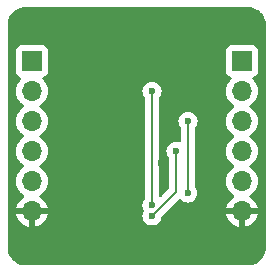
<source format=gbr>
%TF.GenerationSoftware,KiCad,Pcbnew,8.0.8*%
%TF.CreationDate,2025-02-11T16:16:20-05:00*%
%TF.ProjectId,IMU,494d552e-6b69-4636-9164-5f7063625858,rev?*%
%TF.SameCoordinates,Original*%
%TF.FileFunction,Copper,L2,Bot*%
%TF.FilePolarity,Positive*%
%FSLAX46Y46*%
G04 Gerber Fmt 4.6, Leading zero omitted, Abs format (unit mm)*
G04 Created by KiCad (PCBNEW 8.0.8) date 2025-02-11 16:16:20*
%MOMM*%
%LPD*%
G01*
G04 APERTURE LIST*
%TA.AperFunction,ComponentPad*%
%ADD10R,1.700000X1.700000*%
%TD*%
%TA.AperFunction,ComponentPad*%
%ADD11O,1.700000X1.700000*%
%TD*%
%TA.AperFunction,ViaPad*%
%ADD12C,0.600000*%
%TD*%
%TA.AperFunction,Conductor*%
%ADD13C,0.200000*%
%TD*%
G04 APERTURE END LIST*
D10*
%TO.P,J1,1,Pin_1*%
%TO.N,+3.3V*%
X141752000Y-91038000D03*
D11*
%TO.P,J1,2,Pin_2*%
%TO.N,/sensors/imu_miso*%
X141752000Y-93578000D03*
%TO.P,J1,3,Pin_3*%
%TO.N,/sensors/imu_mosi*%
X141752000Y-96118000D03*
%TO.P,J1,4,Pin_4*%
%TO.N,/sensors/imu_sclk*%
X141752000Y-98658000D03*
%TO.P,J1,5,Pin_5*%
%TO.N,/sensors/imu_int1*%
X141752000Y-101198000D03*
%TO.P,J1,6,Pin_6*%
%TO.N,GNDD*%
X141752000Y-103738000D03*
%TD*%
D10*
%TO.P,J2,1,Pin_1*%
%TO.N,+3.3V*%
X123962000Y-91038000D03*
D11*
%TO.P,J2,2,Pin_2*%
%TO.N,/sensors/pres_miso*%
X123962000Y-93578000D03*
%TO.P,J2,3,Pin_3*%
%TO.N,/sensors/pres_mosi*%
X123962000Y-96118000D03*
%TO.P,J2,4,Pin_4*%
%TO.N,/sensors/pres_sclk*%
X123962000Y-98658000D03*
%TO.P,J2,5,Pin_5*%
%TO.N,/sensors/imu_int2*%
X123962000Y-101198000D03*
%TO.P,J2,6,Pin_6*%
%TO.N,GNDD*%
X123962000Y-103738000D03*
%TD*%
D12*
%TO.N,GNDD*%
X132106500Y-103759000D03*
X134874000Y-99668500D03*
X129312500Y-104140000D03*
X132106500Y-99568000D03*
X132878500Y-92348000D03*
X132878500Y-94848000D03*
X132878500Y-93598000D03*
X135509000Y-97001500D03*
X128052500Y-92348000D03*
X132614500Y-101219000D03*
X135027500Y-101346000D03*
%TO.N,/sensors/imu_miso*%
X134138500Y-103251000D03*
X134138500Y-93578000D03*
%TO.N,/sensors/imu_sclk*%
X136170500Y-98658000D03*
X134138500Y-104140000D03*
%TO.N,/sensors/imu_mosi*%
X137170000Y-102214000D03*
X137186500Y-96118000D03*
%TD*%
D13*
%TO.N,/sensors/imu_miso*%
X134138500Y-103251000D02*
X134138500Y-93578000D01*
%TO.N,/sensors/imu_sclk*%
X136170500Y-98658000D02*
X136170500Y-102108000D01*
X136170500Y-102108000D02*
X134138500Y-104140000D01*
%TO.N,/sensors/imu_mosi*%
X137186500Y-96118000D02*
X137186500Y-102214000D01*
%TD*%
%TA.AperFunction,Conductor*%
%TO.N,GNDD*%
G36*
X142286425Y-86458814D02*
G01*
X142486568Y-86473130D01*
X142504072Y-86475647D01*
X142695803Y-86517356D01*
X142712761Y-86522335D01*
X142896620Y-86590912D01*
X142912700Y-86598256D01*
X143070304Y-86684315D01*
X143084909Y-86692290D01*
X143099793Y-86701855D01*
X143256866Y-86819439D01*
X143270237Y-86831025D01*
X143408981Y-86969770D01*
X143420566Y-86983141D01*
X143538146Y-87140210D01*
X143547711Y-87155093D01*
X143641744Y-87327301D01*
X143649094Y-87343395D01*
X143717662Y-87527235D01*
X143722646Y-87544210D01*
X143764352Y-87735932D01*
X143766870Y-87753443D01*
X143770683Y-87806746D01*
X143776785Y-87892069D01*
X143781195Y-87953715D01*
X143781511Y-87962562D01*
X143781511Y-106813572D01*
X143781195Y-106822419D01*
X143766880Y-107022558D01*
X143764362Y-107040068D01*
X143722657Y-107231788D01*
X143717673Y-107248765D01*
X143649100Y-107432614D01*
X143641751Y-107448705D01*
X143547719Y-107620913D01*
X143538157Y-107635793D01*
X143420574Y-107792865D01*
X143408989Y-107806235D01*
X143270244Y-107944981D01*
X143256873Y-107956567D01*
X143099801Y-108074150D01*
X143084918Y-108083715D01*
X142912709Y-108177750D01*
X142896614Y-108185100D01*
X142712773Y-108253669D01*
X142695799Y-108258653D01*
X142504076Y-108300361D01*
X142486564Y-108302879D01*
X142286580Y-108317184D01*
X142277733Y-108317500D01*
X123426428Y-108317500D01*
X123417582Y-108317184D01*
X123395622Y-108315613D01*
X123217442Y-108302869D01*
X123199931Y-108300351D01*
X123008212Y-108258646D01*
X122991236Y-108253662D01*
X122807390Y-108185090D01*
X122791298Y-108177740D01*
X122619095Y-108083711D01*
X122604210Y-108074146D01*
X122447132Y-107956558D01*
X122433762Y-107944972D01*
X122295027Y-107806237D01*
X122283441Y-107792867D01*
X122283440Y-107792865D01*
X122165849Y-107635784D01*
X122156288Y-107620904D01*
X122062259Y-107448701D01*
X122054909Y-107432609D01*
X121986334Y-107248755D01*
X121981355Y-107231797D01*
X121939647Y-107040063D01*
X121937130Y-107022561D01*
X121922816Y-106822418D01*
X121922500Y-106813572D01*
X121922500Y-93577999D01*
X122606341Y-93577999D01*
X122606341Y-93578000D01*
X122626936Y-93813403D01*
X122626938Y-93813413D01*
X122688094Y-94041655D01*
X122688096Y-94041659D01*
X122688097Y-94041663D01*
X122737582Y-94147783D01*
X122787965Y-94255830D01*
X122787967Y-94255834D01*
X122923501Y-94449395D01*
X122923506Y-94449402D01*
X123090597Y-94616493D01*
X123090603Y-94616498D01*
X123276158Y-94746425D01*
X123319783Y-94801002D01*
X123326977Y-94870500D01*
X123295454Y-94932855D01*
X123276158Y-94949575D01*
X123090597Y-95079505D01*
X122923505Y-95246597D01*
X122787965Y-95440169D01*
X122787964Y-95440171D01*
X122688098Y-95654335D01*
X122688094Y-95654344D01*
X122626938Y-95882586D01*
X122626936Y-95882596D01*
X122606341Y-96117999D01*
X122606341Y-96118000D01*
X122626936Y-96353403D01*
X122626938Y-96353413D01*
X122688094Y-96581655D01*
X122688096Y-96581659D01*
X122688097Y-96581663D01*
X122737582Y-96687783D01*
X122787965Y-96795830D01*
X122787967Y-96795834D01*
X122923501Y-96989395D01*
X122923506Y-96989402D01*
X123090597Y-97156493D01*
X123090603Y-97156498D01*
X123276158Y-97286425D01*
X123319783Y-97341002D01*
X123326977Y-97410500D01*
X123295454Y-97472855D01*
X123276158Y-97489575D01*
X123090597Y-97619505D01*
X122923505Y-97786597D01*
X122787965Y-97980169D01*
X122787964Y-97980171D01*
X122688098Y-98194335D01*
X122688094Y-98194344D01*
X122626938Y-98422586D01*
X122626936Y-98422596D01*
X122606341Y-98657999D01*
X122606341Y-98658000D01*
X122626936Y-98893403D01*
X122626938Y-98893413D01*
X122688094Y-99121655D01*
X122688096Y-99121659D01*
X122688097Y-99121663D01*
X122737582Y-99227783D01*
X122787965Y-99335830D01*
X122787967Y-99335834D01*
X122923501Y-99529395D01*
X122923506Y-99529402D01*
X123090597Y-99696493D01*
X123090603Y-99696498D01*
X123276158Y-99826425D01*
X123319783Y-99881002D01*
X123326977Y-99950500D01*
X123295454Y-100012855D01*
X123276158Y-100029575D01*
X123090597Y-100159505D01*
X122923505Y-100326597D01*
X122787965Y-100520169D01*
X122787964Y-100520171D01*
X122688098Y-100734335D01*
X122688094Y-100734344D01*
X122626938Y-100962586D01*
X122626936Y-100962596D01*
X122606341Y-101197999D01*
X122606341Y-101198000D01*
X122626936Y-101433403D01*
X122626938Y-101433413D01*
X122688094Y-101661655D01*
X122688096Y-101661659D01*
X122688097Y-101661663D01*
X122716041Y-101721589D01*
X122787965Y-101875830D01*
X122787967Y-101875834D01*
X122923501Y-102069395D01*
X122923506Y-102069402D01*
X123090597Y-102236493D01*
X123090603Y-102236498D01*
X123276594Y-102366730D01*
X123320219Y-102421307D01*
X123327413Y-102490805D01*
X123295890Y-102553160D01*
X123276595Y-102569880D01*
X123090922Y-102699890D01*
X123090920Y-102699891D01*
X122923891Y-102866920D01*
X122923886Y-102866926D01*
X122788400Y-103060420D01*
X122788399Y-103060422D01*
X122688570Y-103274507D01*
X122688567Y-103274513D01*
X122631364Y-103487999D01*
X122631364Y-103488000D01*
X123528988Y-103488000D01*
X123496075Y-103545007D01*
X123462000Y-103672174D01*
X123462000Y-103803826D01*
X123496075Y-103930993D01*
X123528988Y-103988000D01*
X122631364Y-103988000D01*
X122688567Y-104201486D01*
X122688570Y-104201492D01*
X122788399Y-104415578D01*
X122923894Y-104609082D01*
X123090917Y-104776105D01*
X123284421Y-104911600D01*
X123498507Y-105011429D01*
X123498516Y-105011433D01*
X123712000Y-105068634D01*
X123712000Y-104171012D01*
X123769007Y-104203925D01*
X123896174Y-104238000D01*
X124027826Y-104238000D01*
X124154993Y-104203925D01*
X124212000Y-104171012D01*
X124212000Y-105068633D01*
X124425483Y-105011433D01*
X124425492Y-105011429D01*
X124639578Y-104911600D01*
X124833082Y-104776105D01*
X125000105Y-104609082D01*
X125135600Y-104415578D01*
X125235429Y-104201492D01*
X125235432Y-104201486D01*
X125292636Y-103988000D01*
X124395012Y-103988000D01*
X124427925Y-103930993D01*
X124462000Y-103803826D01*
X124462000Y-103672174D01*
X124427925Y-103545007D01*
X124395012Y-103488000D01*
X125292636Y-103488000D01*
X125292635Y-103487999D01*
X125235432Y-103274513D01*
X125235429Y-103274507D01*
X125135600Y-103060422D01*
X125135599Y-103060420D01*
X125000113Y-102866926D01*
X125000108Y-102866920D01*
X124833078Y-102699890D01*
X124647405Y-102569879D01*
X124603780Y-102515302D01*
X124596588Y-102445804D01*
X124628110Y-102383449D01*
X124647406Y-102366730D01*
X124833401Y-102236495D01*
X125000495Y-102069401D01*
X125136035Y-101875830D01*
X125235903Y-101661663D01*
X125297063Y-101433408D01*
X125317659Y-101198000D01*
X125297063Y-100962592D01*
X125235903Y-100734337D01*
X125136035Y-100520171D01*
X125000495Y-100326599D01*
X125000494Y-100326597D01*
X124833402Y-100159506D01*
X124833396Y-100159501D01*
X124647842Y-100029575D01*
X124604217Y-99974998D01*
X124597023Y-99905500D01*
X124628546Y-99843145D01*
X124647842Y-99826425D01*
X124670026Y-99810891D01*
X124833401Y-99696495D01*
X125000495Y-99529401D01*
X125136035Y-99335830D01*
X125235903Y-99121663D01*
X125297063Y-98893408D01*
X125317659Y-98658000D01*
X125297063Y-98422592D01*
X125235903Y-98194337D01*
X125136035Y-97980171D01*
X125102454Y-97932211D01*
X125000494Y-97786597D01*
X124833402Y-97619506D01*
X124833396Y-97619501D01*
X124647842Y-97489575D01*
X124604217Y-97434998D01*
X124597023Y-97365500D01*
X124628546Y-97303145D01*
X124647842Y-97286425D01*
X124670026Y-97270891D01*
X124833401Y-97156495D01*
X125000495Y-96989401D01*
X125136035Y-96795830D01*
X125235903Y-96581663D01*
X125297063Y-96353408D01*
X125317659Y-96118000D01*
X125297063Y-95882592D01*
X125235903Y-95654337D01*
X125136035Y-95440171D01*
X125102454Y-95392211D01*
X125000494Y-95246597D01*
X124833402Y-95079506D01*
X124833396Y-95079501D01*
X124647842Y-94949575D01*
X124604217Y-94894998D01*
X124597023Y-94825500D01*
X124628546Y-94763145D01*
X124647842Y-94746425D01*
X124670026Y-94730891D01*
X124833401Y-94616495D01*
X125000495Y-94449401D01*
X125136035Y-94255830D01*
X125235903Y-94041663D01*
X125297063Y-93813408D01*
X125317659Y-93578000D01*
X125317659Y-93577996D01*
X133332935Y-93577996D01*
X133332935Y-93578003D01*
X133353130Y-93757249D01*
X133353131Y-93757254D01*
X133412711Y-93927523D01*
X133508685Y-94080263D01*
X133510945Y-94083097D01*
X133511834Y-94085275D01*
X133512389Y-94086158D01*
X133512234Y-94086255D01*
X133537355Y-94147783D01*
X133538000Y-94160412D01*
X133538000Y-102668587D01*
X133518315Y-102735626D01*
X133510950Y-102745896D01*
X133508686Y-102748734D01*
X133412711Y-102901476D01*
X133353131Y-103071745D01*
X133353130Y-103071750D01*
X133332935Y-103250996D01*
X133332935Y-103251003D01*
X133353130Y-103430249D01*
X133353133Y-103430262D01*
X133412709Y-103600519D01*
X133430937Y-103629530D01*
X133449936Y-103696767D01*
X133430937Y-103761470D01*
X133412709Y-103790480D01*
X133353133Y-103960737D01*
X133353130Y-103960750D01*
X133332935Y-104139996D01*
X133332935Y-104140003D01*
X133353130Y-104319249D01*
X133353131Y-104319254D01*
X133412711Y-104489523D01*
X133508684Y-104642262D01*
X133636238Y-104769816D01*
X133788978Y-104865789D01*
X133959245Y-104925368D01*
X133959250Y-104925369D01*
X134138496Y-104945565D01*
X134138500Y-104945565D01*
X134138504Y-104945565D01*
X134317749Y-104925369D01*
X134317752Y-104925368D01*
X134317755Y-104925368D01*
X134488022Y-104865789D01*
X134640762Y-104769816D01*
X134768316Y-104642262D01*
X134864289Y-104489522D01*
X134923868Y-104319255D01*
X134933661Y-104232329D01*
X134960726Y-104167918D01*
X134969190Y-104158543D01*
X136388147Y-102739587D01*
X136449470Y-102706102D01*
X136519162Y-102711086D01*
X136563509Y-102739587D01*
X136667738Y-102843816D01*
X136820478Y-102939789D01*
X136990745Y-102999368D01*
X136990750Y-102999369D01*
X137169996Y-103019565D01*
X137170000Y-103019565D01*
X137170004Y-103019565D01*
X137349249Y-102999369D01*
X137349252Y-102999368D01*
X137349255Y-102999368D01*
X137519522Y-102939789D01*
X137672262Y-102843816D01*
X137799816Y-102716262D01*
X137895789Y-102563522D01*
X137955368Y-102393255D01*
X137973030Y-102236498D01*
X137975565Y-102214003D01*
X137975565Y-102213996D01*
X137955369Y-102034750D01*
X137955368Y-102034745D01*
X137906673Y-101895584D01*
X137895789Y-101864478D01*
X137892513Y-101859265D01*
X137806006Y-101721589D01*
X137787000Y-101655617D01*
X137787000Y-96700412D01*
X137806685Y-96633373D01*
X137814055Y-96623097D01*
X137816310Y-96620267D01*
X137816316Y-96620262D01*
X137912289Y-96467522D01*
X137971868Y-96297255D01*
X137992065Y-96118000D01*
X137971868Y-95938745D01*
X137912289Y-95768478D01*
X137816316Y-95615738D01*
X137688762Y-95488184D01*
X137612347Y-95440169D01*
X137536023Y-95392211D01*
X137365754Y-95332631D01*
X137365749Y-95332630D01*
X137186504Y-95312435D01*
X137186496Y-95312435D01*
X137007250Y-95332630D01*
X137007245Y-95332631D01*
X136836976Y-95392211D01*
X136684237Y-95488184D01*
X136556684Y-95615737D01*
X136460711Y-95768476D01*
X136401131Y-95938745D01*
X136401130Y-95938750D01*
X136380935Y-96117996D01*
X136380935Y-96118003D01*
X136401130Y-96297249D01*
X136401131Y-96297254D01*
X136460711Y-96467523D01*
X136556685Y-96620263D01*
X136558945Y-96623097D01*
X136559834Y-96625275D01*
X136560389Y-96626158D01*
X136560234Y-96626255D01*
X136585355Y-96687783D01*
X136586000Y-96700412D01*
X136586000Y-97780535D01*
X136566315Y-97847574D01*
X136513511Y-97893329D01*
X136444353Y-97903273D01*
X136421046Y-97897577D01*
X136349757Y-97872632D01*
X136349749Y-97872630D01*
X136170504Y-97852435D01*
X136170496Y-97852435D01*
X135991250Y-97872630D01*
X135991245Y-97872631D01*
X135820976Y-97932211D01*
X135668237Y-98028184D01*
X135540684Y-98155737D01*
X135444711Y-98308476D01*
X135385131Y-98478745D01*
X135385130Y-98478750D01*
X135364935Y-98657996D01*
X135364935Y-98658003D01*
X135385130Y-98837249D01*
X135385131Y-98837254D01*
X135444711Y-99007523D01*
X135540685Y-99160263D01*
X135542945Y-99163097D01*
X135543834Y-99165275D01*
X135544389Y-99166158D01*
X135544234Y-99166255D01*
X135569355Y-99227783D01*
X135570000Y-99240412D01*
X135570000Y-101807903D01*
X135550315Y-101874942D01*
X135533681Y-101895584D01*
X134950681Y-102478584D01*
X134889358Y-102512069D01*
X134819666Y-102507085D01*
X134763733Y-102465213D01*
X134739316Y-102399749D01*
X134739000Y-102390903D01*
X134739000Y-94160412D01*
X134758685Y-94093373D01*
X134766055Y-94083097D01*
X134768310Y-94080267D01*
X134768316Y-94080262D01*
X134864289Y-93927522D01*
X134923868Y-93757255D01*
X134944065Y-93578000D01*
X134944065Y-93577999D01*
X140396341Y-93577999D01*
X140396341Y-93578000D01*
X140416936Y-93813403D01*
X140416938Y-93813413D01*
X140478094Y-94041655D01*
X140478096Y-94041659D01*
X140478097Y-94041663D01*
X140527582Y-94147783D01*
X140577965Y-94255830D01*
X140577967Y-94255834D01*
X140713501Y-94449395D01*
X140713506Y-94449402D01*
X140880597Y-94616493D01*
X140880603Y-94616498D01*
X141066158Y-94746425D01*
X141109783Y-94801002D01*
X141116977Y-94870500D01*
X141085454Y-94932855D01*
X141066158Y-94949575D01*
X140880597Y-95079505D01*
X140713505Y-95246597D01*
X140577965Y-95440169D01*
X140577964Y-95440171D01*
X140478098Y-95654335D01*
X140478094Y-95654344D01*
X140416938Y-95882586D01*
X140416936Y-95882596D01*
X140396341Y-96117999D01*
X140396341Y-96118000D01*
X140416936Y-96353403D01*
X140416938Y-96353413D01*
X140478094Y-96581655D01*
X140478096Y-96581659D01*
X140478097Y-96581663D01*
X140527582Y-96687783D01*
X140577965Y-96795830D01*
X140577967Y-96795834D01*
X140713501Y-96989395D01*
X140713506Y-96989402D01*
X140880597Y-97156493D01*
X140880603Y-97156498D01*
X141066158Y-97286425D01*
X141109783Y-97341002D01*
X141116977Y-97410500D01*
X141085454Y-97472855D01*
X141066158Y-97489575D01*
X140880597Y-97619505D01*
X140713505Y-97786597D01*
X140577965Y-97980169D01*
X140577964Y-97980171D01*
X140478098Y-98194335D01*
X140478094Y-98194344D01*
X140416938Y-98422586D01*
X140416936Y-98422596D01*
X140396341Y-98657999D01*
X140396341Y-98658000D01*
X140416936Y-98893403D01*
X140416938Y-98893413D01*
X140478094Y-99121655D01*
X140478096Y-99121659D01*
X140478097Y-99121663D01*
X140527582Y-99227783D01*
X140577965Y-99335830D01*
X140577967Y-99335834D01*
X140713501Y-99529395D01*
X140713506Y-99529402D01*
X140880597Y-99696493D01*
X140880603Y-99696498D01*
X141066158Y-99826425D01*
X141109783Y-99881002D01*
X141116977Y-99950500D01*
X141085454Y-100012855D01*
X141066158Y-100029575D01*
X140880597Y-100159505D01*
X140713505Y-100326597D01*
X140577965Y-100520169D01*
X140577964Y-100520171D01*
X140478098Y-100734335D01*
X140478094Y-100734344D01*
X140416938Y-100962586D01*
X140416936Y-100962596D01*
X140396341Y-101197999D01*
X140396341Y-101198000D01*
X140416936Y-101433403D01*
X140416938Y-101433413D01*
X140478094Y-101661655D01*
X140478096Y-101661659D01*
X140478097Y-101661663D01*
X140506041Y-101721589D01*
X140577965Y-101875830D01*
X140577967Y-101875834D01*
X140713501Y-102069395D01*
X140713506Y-102069402D01*
X140880597Y-102236493D01*
X140880603Y-102236498D01*
X141066594Y-102366730D01*
X141110219Y-102421307D01*
X141117413Y-102490805D01*
X141085890Y-102553160D01*
X141066595Y-102569880D01*
X140880922Y-102699890D01*
X140880920Y-102699891D01*
X140713891Y-102866920D01*
X140713886Y-102866926D01*
X140578400Y-103060420D01*
X140578399Y-103060422D01*
X140478570Y-103274507D01*
X140478567Y-103274513D01*
X140421364Y-103487999D01*
X140421364Y-103488000D01*
X141318988Y-103488000D01*
X141286075Y-103545007D01*
X141252000Y-103672174D01*
X141252000Y-103803826D01*
X141286075Y-103930993D01*
X141318988Y-103988000D01*
X140421364Y-103988000D01*
X140478567Y-104201486D01*
X140478570Y-104201492D01*
X140578399Y-104415578D01*
X140713894Y-104609082D01*
X140880917Y-104776105D01*
X141074421Y-104911600D01*
X141288507Y-105011429D01*
X141288516Y-105011433D01*
X141502000Y-105068634D01*
X141502000Y-104171012D01*
X141559007Y-104203925D01*
X141686174Y-104238000D01*
X141817826Y-104238000D01*
X141944993Y-104203925D01*
X142002000Y-104171012D01*
X142002000Y-105068633D01*
X142215483Y-105011433D01*
X142215492Y-105011429D01*
X142429578Y-104911600D01*
X142623082Y-104776105D01*
X142790105Y-104609082D01*
X142925600Y-104415578D01*
X143025429Y-104201492D01*
X143025432Y-104201486D01*
X143082636Y-103988000D01*
X142185012Y-103988000D01*
X142217925Y-103930993D01*
X142252000Y-103803826D01*
X142252000Y-103672174D01*
X142217925Y-103545007D01*
X142185012Y-103488000D01*
X143082636Y-103488000D01*
X143082635Y-103487999D01*
X143025432Y-103274513D01*
X143025429Y-103274507D01*
X142925600Y-103060422D01*
X142925599Y-103060420D01*
X142790113Y-102866926D01*
X142790108Y-102866920D01*
X142623078Y-102699890D01*
X142437405Y-102569879D01*
X142393780Y-102515302D01*
X142386588Y-102445804D01*
X142418110Y-102383449D01*
X142437406Y-102366730D01*
X142623401Y-102236495D01*
X142790495Y-102069401D01*
X142926035Y-101875830D01*
X143025903Y-101661663D01*
X143087063Y-101433408D01*
X143107659Y-101198000D01*
X143087063Y-100962592D01*
X143025903Y-100734337D01*
X142926035Y-100520171D01*
X142790495Y-100326599D01*
X142790494Y-100326597D01*
X142623402Y-100159506D01*
X142623396Y-100159501D01*
X142437842Y-100029575D01*
X142394217Y-99974998D01*
X142387023Y-99905500D01*
X142418546Y-99843145D01*
X142437842Y-99826425D01*
X142460026Y-99810891D01*
X142623401Y-99696495D01*
X142790495Y-99529401D01*
X142926035Y-99335830D01*
X143025903Y-99121663D01*
X143087063Y-98893408D01*
X143107659Y-98658000D01*
X143087063Y-98422592D01*
X143025903Y-98194337D01*
X142926035Y-97980171D01*
X142892454Y-97932211D01*
X142790494Y-97786597D01*
X142623402Y-97619506D01*
X142623396Y-97619501D01*
X142437842Y-97489575D01*
X142394217Y-97434998D01*
X142387023Y-97365500D01*
X142418546Y-97303145D01*
X142437842Y-97286425D01*
X142460026Y-97270891D01*
X142623401Y-97156495D01*
X142790495Y-96989401D01*
X142926035Y-96795830D01*
X143025903Y-96581663D01*
X143087063Y-96353408D01*
X143107659Y-96118000D01*
X143087063Y-95882592D01*
X143025903Y-95654337D01*
X142926035Y-95440171D01*
X142892454Y-95392211D01*
X142790494Y-95246597D01*
X142623402Y-95079506D01*
X142623396Y-95079501D01*
X142437842Y-94949575D01*
X142394217Y-94894998D01*
X142387023Y-94825500D01*
X142418546Y-94763145D01*
X142437842Y-94746425D01*
X142460026Y-94730891D01*
X142623401Y-94616495D01*
X142790495Y-94449401D01*
X142926035Y-94255830D01*
X143025903Y-94041663D01*
X143087063Y-93813408D01*
X143107659Y-93578000D01*
X143087063Y-93342592D01*
X143025903Y-93114337D01*
X142926035Y-92900171D01*
X142892453Y-92852211D01*
X142790496Y-92706600D01*
X142790495Y-92706599D01*
X142668567Y-92584671D01*
X142635084Y-92523351D01*
X142640068Y-92453659D01*
X142681939Y-92397725D01*
X142712915Y-92380810D01*
X142844331Y-92331796D01*
X142959546Y-92245546D01*
X143045796Y-92130331D01*
X143096091Y-91995483D01*
X143102500Y-91935873D01*
X143102499Y-90140128D01*
X143096091Y-90080517D01*
X143045796Y-89945669D01*
X143045795Y-89945668D01*
X143045793Y-89945664D01*
X142959547Y-89830455D01*
X142959544Y-89830452D01*
X142844335Y-89744206D01*
X142844328Y-89744202D01*
X142709482Y-89693908D01*
X142709483Y-89693908D01*
X142649883Y-89687501D01*
X142649881Y-89687500D01*
X142649873Y-89687500D01*
X142649864Y-89687500D01*
X140854129Y-89687500D01*
X140854123Y-89687501D01*
X140794516Y-89693908D01*
X140659671Y-89744202D01*
X140659664Y-89744206D01*
X140544455Y-89830452D01*
X140544452Y-89830455D01*
X140458206Y-89945664D01*
X140458202Y-89945671D01*
X140407908Y-90080517D01*
X140401501Y-90140116D01*
X140401501Y-90140123D01*
X140401500Y-90140135D01*
X140401500Y-91935870D01*
X140401501Y-91935876D01*
X140407908Y-91995483D01*
X140458202Y-92130328D01*
X140458206Y-92130335D01*
X140544452Y-92245544D01*
X140544455Y-92245547D01*
X140659664Y-92331793D01*
X140659671Y-92331797D01*
X140791081Y-92380810D01*
X140847015Y-92422681D01*
X140871432Y-92488145D01*
X140856580Y-92556418D01*
X140835430Y-92584673D01*
X140713503Y-92706600D01*
X140577965Y-92900169D01*
X140577964Y-92900171D01*
X140478098Y-93114335D01*
X140478094Y-93114344D01*
X140416938Y-93342586D01*
X140416936Y-93342596D01*
X140396341Y-93577999D01*
X134944065Y-93577999D01*
X134923868Y-93398745D01*
X134864289Y-93228478D01*
X134768316Y-93075738D01*
X134640762Y-92948184D01*
X134564347Y-92900169D01*
X134488023Y-92852211D01*
X134317754Y-92792631D01*
X134317749Y-92792630D01*
X134138504Y-92772435D01*
X134138496Y-92772435D01*
X133959250Y-92792630D01*
X133959245Y-92792631D01*
X133788976Y-92852211D01*
X133636237Y-92948184D01*
X133508684Y-93075737D01*
X133412711Y-93228476D01*
X133353131Y-93398745D01*
X133353130Y-93398750D01*
X133332935Y-93577996D01*
X125317659Y-93577996D01*
X125297063Y-93342592D01*
X125235903Y-93114337D01*
X125136035Y-92900171D01*
X125102453Y-92852211D01*
X125000496Y-92706600D01*
X125000495Y-92706599D01*
X124878567Y-92584671D01*
X124845084Y-92523351D01*
X124850068Y-92453659D01*
X124891939Y-92397725D01*
X124922915Y-92380810D01*
X125054331Y-92331796D01*
X125169546Y-92245546D01*
X125255796Y-92130331D01*
X125306091Y-91995483D01*
X125312500Y-91935873D01*
X125312499Y-90140128D01*
X125306091Y-90080517D01*
X125255796Y-89945669D01*
X125255795Y-89945668D01*
X125255793Y-89945664D01*
X125169547Y-89830455D01*
X125169544Y-89830452D01*
X125054335Y-89744206D01*
X125054328Y-89744202D01*
X124919482Y-89693908D01*
X124919483Y-89693908D01*
X124859883Y-89687501D01*
X124859881Y-89687500D01*
X124859873Y-89687500D01*
X124859864Y-89687500D01*
X123064129Y-89687500D01*
X123064123Y-89687501D01*
X123004516Y-89693908D01*
X122869671Y-89744202D01*
X122869664Y-89744206D01*
X122754455Y-89830452D01*
X122754452Y-89830455D01*
X122668206Y-89945664D01*
X122668202Y-89945671D01*
X122617908Y-90080517D01*
X122611501Y-90140116D01*
X122611501Y-90140123D01*
X122611500Y-90140135D01*
X122611500Y-91935870D01*
X122611501Y-91935876D01*
X122617908Y-91995483D01*
X122668202Y-92130328D01*
X122668206Y-92130335D01*
X122754452Y-92245544D01*
X122754455Y-92245547D01*
X122869664Y-92331793D01*
X122869671Y-92331797D01*
X123001081Y-92380810D01*
X123057015Y-92422681D01*
X123081432Y-92488145D01*
X123066580Y-92556418D01*
X123045430Y-92584673D01*
X122923503Y-92706600D01*
X122787965Y-92900169D01*
X122787964Y-92900171D01*
X122688098Y-93114335D01*
X122688094Y-93114344D01*
X122626938Y-93342586D01*
X122626936Y-93342596D01*
X122606341Y-93577999D01*
X121922500Y-93577999D01*
X121922500Y-87962426D01*
X121922816Y-87953580D01*
X121937130Y-87753442D01*
X121939648Y-87735932D01*
X121981356Y-87544198D01*
X121986333Y-87527247D01*
X122054913Y-87343379D01*
X122062257Y-87327301D01*
X122156295Y-87155083D01*
X122165855Y-87140210D01*
X122283444Y-86983128D01*
X122295020Y-86969770D01*
X122433770Y-86831019D01*
X122447124Y-86819447D01*
X122604221Y-86701845D01*
X122619092Y-86692290D01*
X122791298Y-86598258D01*
X122807385Y-86590911D01*
X122991248Y-86522333D01*
X123008199Y-86517356D01*
X123199938Y-86475646D01*
X123217436Y-86473130D01*
X123417600Y-86458814D01*
X123426437Y-86458499D01*
X123487892Y-86458499D01*
X142216116Y-86458499D01*
X142277579Y-86458499D01*
X142286425Y-86458814D01*
G37*
%TD.AperFunction*%
%TD*%
M02*

</source>
